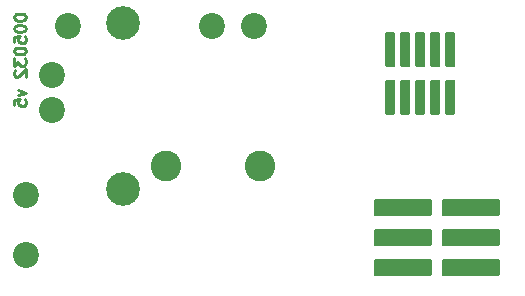
<source format=gbr>
G04 #@! TF.GenerationSoftware,KiCad,Pcbnew,(5.1.12)-1*
G04 #@! TF.CreationDate,2021-12-26T23:17:24+01:00*
G04 #@! TF.ProjectId,005032,30303530-3332-42e6-9b69-6361645f7063,v5*
G04 #@! TF.SameCoordinates,PX88601c0PY4692680*
G04 #@! TF.FileFunction,Soldermask,Bot*
G04 #@! TF.FilePolarity,Negative*
%FSLAX46Y46*%
G04 Gerber Fmt 4.6, Leading zero omitted, Abs format (unit mm)*
G04 Created by KiCad (PCBNEW (5.1.12)-1) date 2021-12-26 23:17:24*
%MOMM*%
%LPD*%
G01*
G04 APERTURE LIST*
%ADD10C,0.250000*%
%ADD11C,2.600000*%
%ADD12C,2.850000*%
%ADD13C,2.200000*%
G04 APERTURE END LIST*
D10*
X-42297620Y-883333D02*
X-42297620Y-978571D01*
X-42250000Y-1073809D01*
X-42202381Y-1121428D01*
X-42107143Y-1169047D01*
X-41916667Y-1216666D01*
X-41678572Y-1216666D01*
X-41488096Y-1169047D01*
X-41392858Y-1121428D01*
X-41345239Y-1073809D01*
X-41297620Y-978571D01*
X-41297620Y-883333D01*
X-41345239Y-788095D01*
X-41392858Y-740476D01*
X-41488096Y-692857D01*
X-41678572Y-645238D01*
X-41916667Y-645238D01*
X-42107143Y-692857D01*
X-42202381Y-740476D01*
X-42250000Y-788095D01*
X-42297620Y-883333D01*
X-42297620Y-1835714D02*
X-42297620Y-1930952D01*
X-42250000Y-2026190D01*
X-42202381Y-2073809D01*
X-42107143Y-2121428D01*
X-41916667Y-2169047D01*
X-41678572Y-2169047D01*
X-41488096Y-2121428D01*
X-41392858Y-2073809D01*
X-41345239Y-2026190D01*
X-41297620Y-1930952D01*
X-41297620Y-1835714D01*
X-41345239Y-1740476D01*
X-41392858Y-1692857D01*
X-41488096Y-1645238D01*
X-41678572Y-1597619D01*
X-41916667Y-1597619D01*
X-42107143Y-1645238D01*
X-42202381Y-1692857D01*
X-42250000Y-1740476D01*
X-42297620Y-1835714D01*
X-42297620Y-3073809D02*
X-42297620Y-2597619D01*
X-41821429Y-2550000D01*
X-41869048Y-2597619D01*
X-41916667Y-2692857D01*
X-41916667Y-2930952D01*
X-41869048Y-3026190D01*
X-41821429Y-3073809D01*
X-41726191Y-3121428D01*
X-41488096Y-3121428D01*
X-41392858Y-3073809D01*
X-41345239Y-3026190D01*
X-41297620Y-2930952D01*
X-41297620Y-2692857D01*
X-41345239Y-2597619D01*
X-41392858Y-2550000D01*
X-42297620Y-3740476D02*
X-42297620Y-3835714D01*
X-42250000Y-3930952D01*
X-42202381Y-3978571D01*
X-42107143Y-4026190D01*
X-41916667Y-4073809D01*
X-41678572Y-4073809D01*
X-41488096Y-4026190D01*
X-41392858Y-3978571D01*
X-41345239Y-3930952D01*
X-41297620Y-3835714D01*
X-41297620Y-3740476D01*
X-41345239Y-3645238D01*
X-41392858Y-3597619D01*
X-41488096Y-3550000D01*
X-41678572Y-3502380D01*
X-41916667Y-3502380D01*
X-42107143Y-3550000D01*
X-42202381Y-3597619D01*
X-42250000Y-3645238D01*
X-42297620Y-3740476D01*
X-42297620Y-4407142D02*
X-42297620Y-5026190D01*
X-41916667Y-4692857D01*
X-41916667Y-4835714D01*
X-41869048Y-4930952D01*
X-41821429Y-4978571D01*
X-41726191Y-5026190D01*
X-41488096Y-5026190D01*
X-41392858Y-4978571D01*
X-41345239Y-4930952D01*
X-41297620Y-4835714D01*
X-41297620Y-4550000D01*
X-41345239Y-4454761D01*
X-41392858Y-4407142D01*
X-42202381Y-5407142D02*
X-42250000Y-5454761D01*
X-42297620Y-5550000D01*
X-42297620Y-5788095D01*
X-42250000Y-5883333D01*
X-42202381Y-5930952D01*
X-42107143Y-5978571D01*
X-42011905Y-5978571D01*
X-41869048Y-5930952D01*
X-41297620Y-5359523D01*
X-41297620Y-5978571D01*
X-41964286Y-7073809D02*
X-41297620Y-7311904D01*
X-41964286Y-7550000D01*
X-42297620Y-8407142D02*
X-42297620Y-7930952D01*
X-41821429Y-7883333D01*
X-41869048Y-7930952D01*
X-41916667Y-8026190D01*
X-41916667Y-8264285D01*
X-41869048Y-8359523D01*
X-41821429Y-8407142D01*
X-41726191Y-8454761D01*
X-41488096Y-8454761D01*
X-41392858Y-8407142D01*
X-41345239Y-8359523D01*
X-41297620Y-8264285D01*
X-41297620Y-8026190D01*
X-41345239Y-7930952D01*
X-41392858Y-7883333D01*
X-42297620Y-883333D02*
X-42297620Y-978571D01*
X-42250000Y-1073809D01*
X-42202381Y-1121428D01*
X-42107143Y-1169047D01*
X-41916667Y-1216666D01*
X-41678572Y-1216666D01*
X-41488096Y-1169047D01*
X-41392858Y-1121428D01*
X-41345239Y-1073809D01*
X-41297620Y-978571D01*
X-41297620Y-883333D01*
X-41345239Y-788095D01*
X-41392858Y-740476D01*
X-41488096Y-692857D01*
X-41678572Y-645238D01*
X-41916667Y-645238D01*
X-42107143Y-692857D01*
X-42202381Y-740476D01*
X-42250000Y-788095D01*
X-42297620Y-883333D01*
X-42297620Y-1835714D02*
X-42297620Y-1930952D01*
X-42250000Y-2026190D01*
X-42202381Y-2073809D01*
X-42107143Y-2121428D01*
X-41916667Y-2169047D01*
X-41678572Y-2169047D01*
X-41488096Y-2121428D01*
X-41392858Y-2073809D01*
X-41345239Y-2026190D01*
X-41297620Y-1930952D01*
X-41297620Y-1835714D01*
X-41345239Y-1740476D01*
X-41392858Y-1692857D01*
X-41488096Y-1645238D01*
X-41678572Y-1597619D01*
X-41916667Y-1597619D01*
X-42107143Y-1645238D01*
X-42202381Y-1692857D01*
X-42250000Y-1740476D01*
X-42297620Y-1835714D01*
X-42297620Y-3073809D02*
X-42297620Y-2597619D01*
X-41821429Y-2550000D01*
X-41869048Y-2597619D01*
X-41916667Y-2692857D01*
X-41916667Y-2930952D01*
X-41869048Y-3026190D01*
X-41821429Y-3073809D01*
X-41726191Y-3121428D01*
X-41488096Y-3121428D01*
X-41392858Y-3073809D01*
X-41345239Y-3026190D01*
X-41297620Y-2930952D01*
X-41297620Y-2692857D01*
X-41345239Y-2597619D01*
X-41392858Y-2550000D01*
X-42297620Y-3740476D02*
X-42297620Y-3835714D01*
X-42250000Y-3930952D01*
X-42202381Y-3978571D01*
X-42107143Y-4026190D01*
X-41916667Y-4073809D01*
X-41678572Y-4073809D01*
X-41488096Y-4026190D01*
X-41392858Y-3978571D01*
X-41345239Y-3930952D01*
X-41297620Y-3835714D01*
X-41297620Y-3740476D01*
X-41345239Y-3645238D01*
X-41392858Y-3597619D01*
X-41488096Y-3550000D01*
X-41678572Y-3502380D01*
X-41916667Y-3502380D01*
X-42107143Y-3550000D01*
X-42202381Y-3597619D01*
X-42250000Y-3645238D01*
X-42297620Y-3740476D01*
X-42297620Y-4407142D02*
X-42297620Y-5026190D01*
X-41916667Y-4692857D01*
X-41916667Y-4835714D01*
X-41869048Y-4930952D01*
X-41821429Y-4978571D01*
X-41726191Y-5026190D01*
X-41488096Y-5026190D01*
X-41392858Y-4978571D01*
X-41345239Y-4930952D01*
X-41297620Y-4835714D01*
X-41297620Y-4550000D01*
X-41345239Y-4454761D01*
X-41392858Y-4407142D01*
X-42202381Y-5407142D02*
X-42250000Y-5454761D01*
X-42297620Y-5550000D01*
X-42297620Y-5788095D01*
X-42250000Y-5883333D01*
X-42202381Y-5930952D01*
X-42107143Y-5978571D01*
X-42011905Y-5978571D01*
X-41869048Y-5930952D01*
X-41297620Y-5359523D01*
X-41297620Y-5978571D01*
X-41964286Y-7073809D02*
X-41297620Y-7311904D01*
X-41964286Y-7550000D01*
X-42297620Y-8407142D02*
X-42297620Y-7930952D01*
X-41821429Y-7883333D01*
X-41869048Y-7930952D01*
X-41916667Y-8026190D01*
X-41916667Y-8264285D01*
X-41869048Y-8359523D01*
X-41821429Y-8407142D01*
X-41726191Y-8454761D01*
X-41488096Y-8454761D01*
X-41392858Y-8407142D01*
X-41345239Y-8359523D01*
X-41297620Y-8264285D01*
X-41297620Y-8026190D01*
X-41345239Y-7930952D01*
X-41392858Y-7883333D01*
D11*
X-21470000Y-13540000D03*
X-29470000Y-13540000D03*
D12*
X-33100000Y-15450000D03*
X-33100000Y-1450000D03*
D13*
X-37700000Y-1700000D03*
G36*
G01*
X-11850000Y-22740000D02*
X-11850000Y-21540000D01*
G75*
G02*
X-11750000Y-21440000I100000J0D01*
G01*
X-7000000Y-21440000D01*
G75*
G02*
X-6900000Y-21540000I0J-100000D01*
G01*
X-6900000Y-22740000D01*
G75*
G02*
X-7000000Y-22840000I-100000J0D01*
G01*
X-11750000Y-22840000D01*
G75*
G02*
X-11850000Y-22740000I0J100000D01*
G01*
G37*
G36*
G01*
X-6100000Y-22740000D02*
X-6100000Y-21540000D01*
G75*
G02*
X-6000000Y-21440000I100000J0D01*
G01*
X-1250000Y-21440000D01*
G75*
G02*
X-1150000Y-21540000I0J-100000D01*
G01*
X-1150000Y-22740000D01*
G75*
G02*
X-1250000Y-22840000I-100000J0D01*
G01*
X-6000000Y-22840000D01*
G75*
G02*
X-6100000Y-22740000I0J100000D01*
G01*
G37*
G36*
G01*
X-11850000Y-20200000D02*
X-11850000Y-19000000D01*
G75*
G02*
X-11750000Y-18900000I100000J0D01*
G01*
X-7000000Y-18900000D01*
G75*
G02*
X-6900000Y-19000000I0J-100000D01*
G01*
X-6900000Y-20200000D01*
G75*
G02*
X-7000000Y-20300000I-100000J0D01*
G01*
X-11750000Y-20300000D01*
G75*
G02*
X-11850000Y-20200000I0J100000D01*
G01*
G37*
G36*
G01*
X-6100000Y-20200000D02*
X-6100000Y-19000000D01*
G75*
G02*
X-6000000Y-18900000I100000J0D01*
G01*
X-1250000Y-18900000D01*
G75*
G02*
X-1150000Y-19000000I0J-100000D01*
G01*
X-1150000Y-20200000D01*
G75*
G02*
X-1250000Y-20300000I-100000J0D01*
G01*
X-6000000Y-20300000D01*
G75*
G02*
X-6100000Y-20200000I0J100000D01*
G01*
G37*
G36*
G01*
X-11850000Y-17660000D02*
X-11850000Y-16460000D01*
G75*
G02*
X-11750000Y-16360000I100000J0D01*
G01*
X-7000000Y-16360000D01*
G75*
G02*
X-6900000Y-16460000I0J-100000D01*
G01*
X-6900000Y-17660000D01*
G75*
G02*
X-7000000Y-17760000I-100000J0D01*
G01*
X-11750000Y-17760000D01*
G75*
G02*
X-11850000Y-17660000I0J100000D01*
G01*
G37*
G36*
G01*
X-6100000Y-17660000D02*
X-6100000Y-16460000D01*
G75*
G02*
X-6000000Y-16360000I100000J0D01*
G01*
X-1250000Y-16360000D01*
G75*
G02*
X-1150000Y-16460000I0J-100000D01*
G01*
X-1150000Y-17660000D01*
G75*
G02*
X-1250000Y-17760000I-100000J0D01*
G01*
X-6000000Y-17760000D01*
G75*
G02*
X-6100000Y-17660000I0J100000D01*
G01*
G37*
G36*
G01*
X-10765000Y-2215000D02*
X-10115000Y-2215000D01*
G75*
G02*
X-10015000Y-2315000I0J-100000D01*
G01*
X-10015000Y-5085000D01*
G75*
G02*
X-10115000Y-5185000I-100000J0D01*
G01*
X-10765000Y-5185000D01*
G75*
G02*
X-10865000Y-5085000I0J100000D01*
G01*
X-10865000Y-2315000D01*
G75*
G02*
X-10765000Y-2215000I100000J0D01*
G01*
G37*
G36*
G01*
X-10765000Y-6215000D02*
X-10115000Y-6215000D01*
G75*
G02*
X-10015000Y-6315000I0J-100000D01*
G01*
X-10015000Y-9085000D01*
G75*
G02*
X-10115000Y-9185000I-100000J0D01*
G01*
X-10765000Y-9185000D01*
G75*
G02*
X-10865000Y-9085000I0J100000D01*
G01*
X-10865000Y-6315000D01*
G75*
G02*
X-10765000Y-6215000I100000J0D01*
G01*
G37*
G36*
G01*
X-9495000Y-2215000D02*
X-8845000Y-2215000D01*
G75*
G02*
X-8745000Y-2315000I0J-100000D01*
G01*
X-8745000Y-5085000D01*
G75*
G02*
X-8845000Y-5185000I-100000J0D01*
G01*
X-9495000Y-5185000D01*
G75*
G02*
X-9595000Y-5085000I0J100000D01*
G01*
X-9595000Y-2315000D01*
G75*
G02*
X-9495000Y-2215000I100000J0D01*
G01*
G37*
G36*
G01*
X-9495000Y-6215000D02*
X-8845000Y-6215000D01*
G75*
G02*
X-8745000Y-6315000I0J-100000D01*
G01*
X-8745000Y-9085000D01*
G75*
G02*
X-8845000Y-9185000I-100000J0D01*
G01*
X-9495000Y-9185000D01*
G75*
G02*
X-9595000Y-9085000I0J100000D01*
G01*
X-9595000Y-6315000D01*
G75*
G02*
X-9495000Y-6215000I100000J0D01*
G01*
G37*
G36*
G01*
X-8225000Y-2215000D02*
X-7575000Y-2215000D01*
G75*
G02*
X-7475000Y-2315000I0J-100000D01*
G01*
X-7475000Y-5085000D01*
G75*
G02*
X-7575000Y-5185000I-100000J0D01*
G01*
X-8225000Y-5185000D01*
G75*
G02*
X-8325000Y-5085000I0J100000D01*
G01*
X-8325000Y-2315000D01*
G75*
G02*
X-8225000Y-2215000I100000J0D01*
G01*
G37*
G36*
G01*
X-8225000Y-6215000D02*
X-7575000Y-6215000D01*
G75*
G02*
X-7475000Y-6315000I0J-100000D01*
G01*
X-7475000Y-9085000D01*
G75*
G02*
X-7575000Y-9185000I-100000J0D01*
G01*
X-8225000Y-9185000D01*
G75*
G02*
X-8325000Y-9085000I0J100000D01*
G01*
X-8325000Y-6315000D01*
G75*
G02*
X-8225000Y-6215000I100000J0D01*
G01*
G37*
G36*
G01*
X-6955000Y-2215000D02*
X-6305000Y-2215000D01*
G75*
G02*
X-6205000Y-2315000I0J-100000D01*
G01*
X-6205000Y-5085000D01*
G75*
G02*
X-6305000Y-5185000I-100000J0D01*
G01*
X-6955000Y-5185000D01*
G75*
G02*
X-7055000Y-5085000I0J100000D01*
G01*
X-7055000Y-2315000D01*
G75*
G02*
X-6955000Y-2215000I100000J0D01*
G01*
G37*
G36*
G01*
X-6955000Y-6215000D02*
X-6305000Y-6215000D01*
G75*
G02*
X-6205000Y-6315000I0J-100000D01*
G01*
X-6205000Y-9085000D01*
G75*
G02*
X-6305000Y-9185000I-100000J0D01*
G01*
X-6955000Y-9185000D01*
G75*
G02*
X-7055000Y-9085000I0J100000D01*
G01*
X-7055000Y-6315000D01*
G75*
G02*
X-6955000Y-6215000I100000J0D01*
G01*
G37*
G36*
G01*
X-5685000Y-2215000D02*
X-5035000Y-2215000D01*
G75*
G02*
X-4935000Y-2315000I0J-100000D01*
G01*
X-4935000Y-5085000D01*
G75*
G02*
X-5035000Y-5185000I-100000J0D01*
G01*
X-5685000Y-5185000D01*
G75*
G02*
X-5785000Y-5085000I0J100000D01*
G01*
X-5785000Y-2315000D01*
G75*
G02*
X-5685000Y-2215000I100000J0D01*
G01*
G37*
G36*
G01*
X-5685000Y-6215000D02*
X-5035000Y-6215000D01*
G75*
G02*
X-4935000Y-6315000I0J-100000D01*
G01*
X-4935000Y-9085000D01*
G75*
G02*
X-5035000Y-9185000I-100000J0D01*
G01*
X-5685000Y-9185000D01*
G75*
G02*
X-5785000Y-9085000I0J100000D01*
G01*
X-5785000Y-6315000D01*
G75*
G02*
X-5685000Y-6215000I100000J0D01*
G01*
G37*
X-41300000Y-15950000D03*
X-41300000Y-21050000D03*
X-39100000Y-5800000D03*
X-39100000Y-8800000D03*
X-25550000Y-1650000D03*
X-22000000Y-1650000D03*
M02*

</source>
